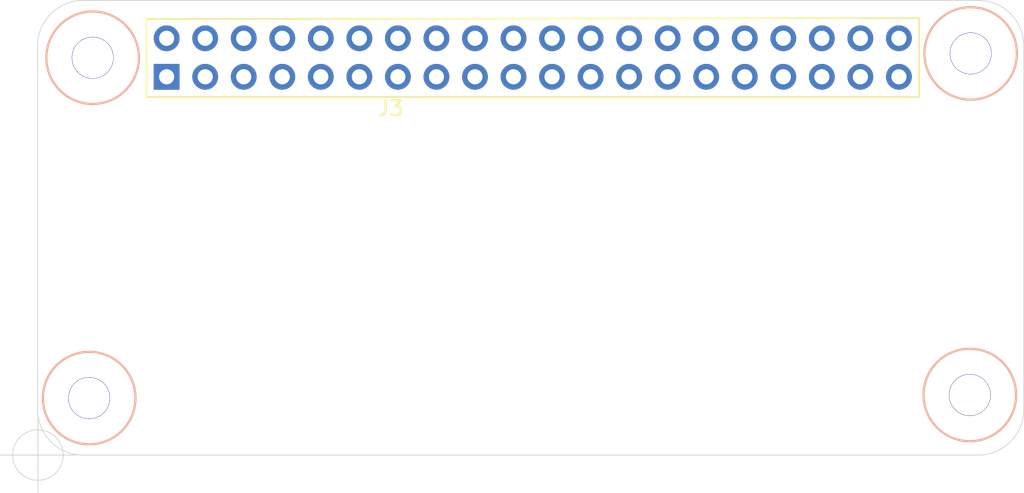
<source format=kicad_pcb>
(kicad_pcb (version 20210424) (generator pcbnew)
  (layers (0 "F.Cu" signal) (1 "In1.Cu" signal) (2 "In2.Cu" signal) (31 "B.Cu" signal) (34 "B.Paste" user) (35 "F.Paste" user) (36 "B.SilkS" user "B.Silkscreen") (37 "F.SilkS" user "F.Silkscreen") (38 "B.Mask" user) (39 "F.Mask" user) (44 "Edge.Cuts" user))
  (net 0 "")
  (net 1 "GND")
  (net 2 "+5V")
  (net 3 "+3V3")
  (net 4 "Net-(J3-Pad3)")
  (net 5 "Net-(J3-Pad5)")
  (net 6 "Net-(J3-Pad8)")
  (net 7 "Net-(J3-Pad7)")
  (net 8 "Net-(J3-Pad10)")
  (net 9 "Net-(J3-Pad12)")
  (net 10 "Net-(J3-Pad11)")
  (net 11 "Net-(J3-Pad13)")
  (net 12 "Net-(J3-Pad16)")
  (net 13 "Net-(J3-Pad15)")
  (net 14 "Net-(J3-Pad18)")
  (net 15 "Net-(J3-Pad17)")
  (net 16 "Net-(J3-Pad19)")
  (net 17 "Net-(J3-Pad22)")
  (net 18 "Net-(J3-Pad21)")
  (net 19 "Net-(J3-Pad24)")
  (net 20 "Net-(J3-Pad23)")
  (net 21 "Net-(J3-Pad26)")
  (net 22 "Net-(J3-Pad28)")
  (net 23 "Net-(J3-Pad27)")
  (net 24 "Net-(J3-Pad29)")
  (net 25 "Net-(J3-Pad32)")
  (net 26 "Net-(J3-Pad31)")
  (net 27 "Net-(J3-Pad33)")
  (net 28 "Net-(J3-Pad36)")
  (net 29 "Net-(J3-Pad35)")
  (net 30 "Net-(J3-Pad38)")
  (net 31 "Net-(J3-Pad37)")
  (net 32 "Net-(J3-Pad40)")
  (footprint "muonpi-kicad-library:PinSocket_2x20_P2.54mm_Vertical" (layer "F.Cu") (at 113.6396 68.7705 90)
    (fp_text reference "J3" (at -3.3655 -9.3726 180) (layer "F.SilkS"))
    (fp_text value "Conn_02x20_Odd_Even" hide)
    (fp_line (start -2.6 25.46) (end 2.6 25.46) (layer "F.SilkS") (width 0.12))
    (fp_line (start -2.6 -25.46) (end 2.54 -25.46) (layer "F.SilkS") (width 0.12))
    (fp_line (start -2.6 -25.46) (end -2.6 25.46) (layer "F.SilkS") (width 0.12))
    (fp_line (start 2.54 -25.4) (end 2.6 25.46) (layer "F.SilkS") (width 0.12))
    (pad "1" thru_hole rect locked (at -1.27 -24.13 90) (size 1.7 1.7) (drill 1) (layers *.Cu *.Mask) (net 3 "+3V3"))
    (pad "2" thru_hole circle locked (at 1.27 -24.13 90) (size 1.7 1.7) (drill 1) (layers *.Cu *.Mask) (net 2 "+5V"))
    (pad "3" thru_hole oval locked (at -1.27 -21.59 90) (size 1.7 1.7) (drill 1) (layers *.Cu *.Mask) (net 4 "Net-(J3-Pad3)"))
    (pad "4" thru_hole oval locked (at 1.27 -21.59 90) (size 1.7 1.7) (drill 1) (layers *.Cu *.Mask) (net 2 "+5V"))
    (pad "5" thru_hole oval locked (at -1.27 -19.05 90) (size 1.7 1.7) (drill 1) (layers *.Cu *.Mask) (net 5 "Net-(J3-Pad5)"))
    (pad "6" thru_hole oval locked (at 1.27 -19.05 90) (size 1.7 1.7) (drill 1) (layers *.Cu *.Mask) (net 1 "GND"))
    (pad "7" thru_hole oval locked (at -1.27 -16.51 90) (size 1.7 1.7) (drill 1) (layers *.Cu *.Mask) (net 7 "Net-(J3-Pad7)"))
    (pad "8" thru_hole oval locked (at 1.27 -16.51 90) (size 1.7 1.7) (drill 1) (layers *.Cu *.Mask) (net 6 "Net-(J3-Pad8)"))
    (pad "9" thru_hole oval locked (at -1.27 -13.97 90) (size 1.7 1.7) (drill 1) (layers *.Cu *.Mask) (net 1 "GND"))
    (pad "10" thru_hole oval locked (at 1.27 -13.97 90) (size 1.7 1.7) (drill 1) (layers *.Cu *.Mask) (net 8 "Net-(J3-Pad10)"))
    (pad "11" thru_hole oval locked (at -1.27 -11.43 90) (size 1.7 1.7) (drill 1) (layers *.Cu *.Mask) (net 10 "Net-(J3-Pad11)"))
    (pad "12" thru_hole oval locked (at 1.27 -11.43 90) (size 1.7 1.7) (drill 1) (layers *.Cu *.Mask) (net 9 "Net-(J3-Pad12)"))
    (pad "13" thru_hole oval locked (at -1.27 -8.89 90) (size 1.7 1.7) (drill 1) (layers *.Cu *.Mask) (net 11 "Net-(J3-Pad13)"))
    (pad "14" thru_hole oval locked (at 1.27 -8.89 90) (size 1.7 1.7) (drill 1) (layers *.Cu *.Mask) (net 1 "GND"))
    (pad "15" thru_hole oval locked (at -1.27 -6.35 90) (size 1.7 1.7) (drill 1) (layers *.Cu *.Mask) (net 13 "Net-(J3-Pad15)"))
    (pad "16" thru_hole oval locked (at 1.27 -6.35 90) (size 1.7 1.7) (drill 1) (layers *.Cu *.Mask) (net 12 "Net-(J3-Pad16)"))
    (pad "17" thru_hole oval locked (at -1.27 -3.81 90) (size 1.7 1.7) (drill 1) (layers *.Cu *.Mask) (net 15 "Net-(J3-Pad17)"))
    (pad "18" thru_hole oval locked (at 1.27 -3.81 90) (size 1.7 1.7) (drill 1) (layers *.Cu *.Mask) (net 14 "Net-(J3-Pad18)"))
    (pad "19" thru_hole oval locked (at -1.27 -1.27 90) (size 1.7 1.7) (drill 1) (layers *.Cu *.Mask) (net 16 "Net-(J3-Pad19)"))
    (pad "20" thru_hole oval locked (at 1.27 -1.27 90) (size 1.7 1.7) (drill 1) (layers *.Cu *.Mask) (net 1 "GND"))
    (pad "21" thru_hole oval locked (at -1.27 1.27 90) (size 1.7 1.7) (drill 1) (layers *.Cu *.Mask) (net 18 "Net-(J3-Pad21)"))
    (pad "22" thru_hole oval locked (at 1.27 1.27 90) (size 1.7 1.7) (drill 1) (layers *.Cu *.Mask) (net 17 "Net-(J3-Pad22)"))
    (pad "23" thru_hole oval locked (at -1.27 3.81 90) (size 1.7 1.7) (drill 1) (layers *.Cu *.Mask) (net 20 "Net-(J3-Pad23)"))
    (pad "24" thru_hole oval locked (at 1.27 3.81 90) (size 1.7 1.7) (drill 1) (layers *.Cu *.Mask) (net 19 "Net-(J3-Pad24)"))
    (pad "25" thru_hole oval locked (at -1.27 6.35 90) (size 1.7 1.7) (drill 1) (layers *.Cu *.Mask) (net 1 "GND"))
    (pad "26" thru_hole oval locked (at 1.27 6.35 90) (size 1.7 1.7) (drill 1) (layers *.Cu *.Mask) (net 21 "Net-(J3-Pad26)"))
    (pad "27" thru_hole oval locked (at -1.27 8.89 90) (size 1.7 1.7) (drill 1) (layers *.Cu *.Mask) (net 23 "Net-(J3-Pad27)"))
    (pad "28" thru_hole oval locked (at 1.27 8.89 90) (size 1.7 1.7) (drill 1) (layers *.Cu *.Mask) (net 22 "Net-(J3-Pad28)"))
    (pad "29" thru_hole oval locked (at -1.27 11.43 90) (size 1.7 1.7) (drill 1) (layers *.Cu *.Mask) (net 24 "Net-(J3-Pad29)"))
    (pad "30" thru_hole oval locked (at 1.27 11.43 90) (size 1.7 1.7) (drill 1) (layers *.Cu *.Mask) (net 1 "GND"))
    (pad "31" thru_hole oval locked (at -1.27 13.97 90) (size 1.7 1.7) (drill 1) (layers *.Cu *.Mask) (net 26 "Net-(J3-Pad31)"))
    (pad "32" thru_hole oval locked (at 1.27 13.97 90) (size 1.7 1.7) (drill 1) (layers *.Cu *.Mask) (net 25 "Net-(J3-Pad32)"))
    (pad "33" thru_hole oval locked (at -1.27 16.51 90) (size 1.7 1.7) (drill 1) (layers *.Cu *.Mask) (net 27 "Net-(J3-Pad33)"))
    (pad "34" thru_hole oval locked (at 1.27 16.51 90) (size 1.7 1.7) (drill 1) (layers *.Cu *.Mask) (net 1 "GND"))
    (pad "35" thru_hole oval locked (at -1.27 19.05 90) (size 1.7 1.7) (drill 1) (layers *.Cu *.Mask) (net 29 "Net-(J3-Pad35)"))
    (pad "36" thru_hole oval locked (at 1.27 19.05 90) (size 1.7 1.7) (drill 1) (layers *.Cu *.Mask) (net 28 "Net-(J3-Pad36)"))
    (pad "37" thru_hole oval locked (at -1.27 21.59 90) (size 1.7 1.7) (drill 1) (layers *.Cu *.Mask) (net 31 "Net-(J3-Pad37)"))
    (pad "38" thru_hole oval locked (at 1.27 21.59 90) (size 1.7 1.7) (drill 1) (layers *.Cu *.Mask) (net 30 "Net-(J3-Pad38)"))
    (pad "39" thru_hole oval locked (at -1.27 24.13 90) (size 1.7 1.7) (drill 1) (layers *.Cu *.Mask) (net 1 "GND"))
    (pad "40" thru_hole oval locked (at 1.27 24.13 90) (size 1.7 1.7) (drill 1) (layers *.Cu *.Mask) (net 32 "Net-(J3-Pad40)"))
  )
  (footprint "muonpi-kicad-library:Rapi_MountingHole_2.75mm" (layer "F.Cu") (at 142.5 68.5)
    (fp_text reference "REF**" hide)
    (fp_text value "Rapi_HAT_Mounting_Hole_2.75" hide)
    (fp_circle (center 0 0) (end 3.05 0) (layer "B.SilkS") (width 0.15) (fill none))
    (fp_circle (center 0 0) (end 3.05 0) (layer "F.SilkS") (width 0.15) (fill none))
    (pad "" np_thru_hole circle locked (at 0 0) (size 2.75 2.75) (drill 2.7) (layers *.Cu *.Mask) (clearance 1.825))
  )
  (footprint "muonpi-kicad-library:Rapi_MountingHole_2.75mm" (layer "F.Cu") (at 142.4432 91.0336)
    (fp_text reference "REF**" hide)
    (fp_text value "Rapi_HAT_Mounting_Hole_2.75" hide)
    (fp_circle (center 0 0) (end 3.05 0) (layer "B.SilkS") (width 0.15) (fill none))
    (fp_circle (center 0 0) (end 3.05 0) (layer "F.SilkS") (width 0.15) (fill none))
    (pad "" np_thru_hole circle locked (at 0 0) (size 2.75 2.75) (drill 2.7) (layers *.Cu *.Mask) (clearance 1.825))
  )
  (footprint "muonpi-kicad-library:Rapi_MountingHole_2.75mm" (layer "F.Cu") (at 84.4042 91.2368)
    (fp_text reference "REF**" hide)
    (fp_text value "Rapi_HAT_Mounting_Hole_2.75" hide)
    (fp_circle (center 0 0) (end 3.05 0) (layer "B.SilkS") (width 0.15) (fill none))
    (fp_circle (center 0 0) (end 3.05 0) (layer "F.SilkS") (width 0.15) (fill none))
    (pad "" np_thru_hole circle locked (at 0 0) (size 2.75 2.75) (drill 2.7) (layers *.Cu *.Mask) (clearance 1.825))
  )
  (footprint "muonpi-kicad-library:Rapi_MountingHole_2.75mm" (layer "F.Cu") (at 84.6328 68.7832)
    (fp_text reference "REF**" hide)
    (fp_text value "Rapi_HAT_Mounting_Hole_2.75" hide)
    (fp_circle (center 0 0) (end 3.05 0) (layer "B.SilkS") (width 0.15) (fill none))
    (fp_circle (center 0 0) (end 3.05 0) (layer "F.SilkS") (width 0.15) (fill none))
    (pad "" np_thru_hole circle locked (at 0 0) (size 2.75 2.75) (drill 2.7) (layers *.Cu *.Mask) (clearance 1.825))
  )
  (gr_arc (start 143 92) (end 143 95) (angle -90) (layer "Edge.Cuts") (width 0.05))
  (gr_arc (start 84 68) (end 84 65) (angle -90) (layer "Edge.Cuts") (width 0.05))
  (gr_arc (start 143 68) (end 146 68) (angle -90) (layer "Edge.Cuts") (width 0.05))
  (gr_line (start 84 65) (end 143 65) (layer "Edge.Cuts") (width 0.05))
  (gr_line (start 146 68) (end 146 92) (layer "Edge.Cuts") (width 0.05))
  (gr_line (start 143 95) (end 84 95) (layer "Edge.Cuts") (width 0.05))
  (gr_line (start 81 68) (end 81 92) (layer "Edge.Cuts") (width 0.05))
  (gr_arc (start 84 92) (end 81 92) (angle -90) (layer "Edge.Cuts") (width 0.05))
  (target plus (at 81.026 94.996) (size 5) (width 0.05) (layer "Edge.Cuts"))
)
</source>
